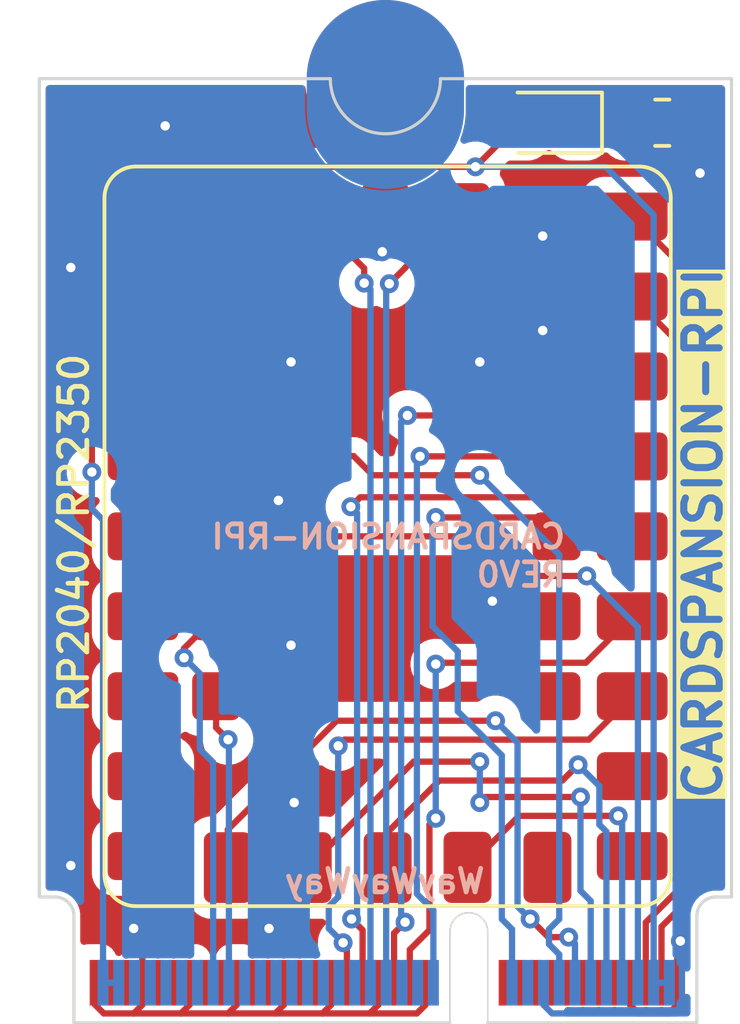
<source format=kicad_pcb>
(kicad_pcb (version 20241229) (generator "pcbnew") (generator_version "9.0")
  (layers (0 "F.Cu" signal) (2 "B.Cu" signal) (13 "F.Paste" user) (15 "B.Paste" user) (5 "F.SilkS" user "F.Silkscreen") (7 "B.SilkS" user "B.Silkscreen") (1 "F.Mask" user) (3 "B.Mask" user) (25 "Edge.Cuts" user))
  (net 0 "")
  (net 1 "Net-(D1-K)")
  (net 2 "+3.3V")
  (net 5 "/SPI-CS")
  (net 6 "/SWDIO")
  (net 7 "GND")
  (net 8 "/I2C-SCL")
  (net 9 "/I2C-SDA")
  (net 14 "/SPI-CLK")
  (net 15 "/I2S-SDIN")
  (net 18 "/LED2")
  (net 23 "/SWCLK")
  (net 27 "/UART-RX")
  (net 29 "/USB-D-")
  (net 34 "/I2S-SDOUT")
  (net 35 "/SPI-MISO")
  (net 38 "/I2S-CK")
  (net 42 "/I2S-WS")
  (net 44 "/SPI-MOSI")
  (net 45 "/UART-TX")
  (net 46 "/USB-D+")
  (net 49 "/LED1")
  (footprint "RP2350-Tiny:RP2350-Tiny" (layer "F.Cu") (at 63.07 83.791)
    (property "Reference" "U1" (hide yes))
    (property "Value" "RP2350-Tiny" (hide yes))
    (fp_line (start 0 22.5) (end 0 1) (stroke (width 0.12)) (layer "F.SilkS"))
    (fp_line (start 1 0) (end 17 0) (stroke (width 0.12)) (layer "F.SilkS"))
    (fp_line (start 17 23.5) (end 1 23.5) (stroke (width 0.12)) (layer "F.SilkS"))
    (fp_line (start 18 1) (end 18 22.5) (stroke (width 0.12)) (layer "F.SilkS"))
    (fp_arc (start 0 1) (mid 0.292893 0.292893) (end 1 0) (stroke (width 0.12)) (layer "F.SilkS"))
    (fp_arc (start 1 23.5) (mid 0.292893 23.207107) (end 0 22.5) (stroke (width 0.12)) (layer "F.SilkS"))
    (fp_arc (start 17 0) (mid 17.707107 0.292893) (end 18 1) (stroke (width 0.12)) (layer "F.SilkS"))
    (fp_arc (start 18 22.5) (mid 17.707107 23.207107) (end 17 23.5) (stroke (width 0.12)) (layer "F.SilkS"))
    (pad "0" smd roundrect (at 16.775 1.59) (size 2.25 1.524) (layers "F.Cu" "F.Mask" "F.Paste") (roundrect_rratio 0.1640419948) (net 46 "/USB-D+"))
    (pad "1" smd roundrect (at 16.775 4.13) (size 2.25 1.524) (layers "F.Cu" "F.Mask" "F.Paste") (roundrect_rratio 0.1640419948) (net 29 "/USB-D-"))
    (pad "2" smd roundrect (at 16.775 6.67) (size 2.25 1.524) (layers "F.Cu" "F.Mask" "F.Paste") (roundrect_rratio 0.1640419948))
    (pad "3" smd roundrect (at 16.775 9.21) (size 2.25 1.524) (layers "F.Cu" "F.Mask" "F.Paste") (roundrect_rratio 0.1640419948) (net 44 "/SPI-MOSI"))
    (pad "4" smd roundrect (at 16.775 11.75) (size 2.25 1.524) (layers "F.Cu" "F.Mask" "F.Paste") (roundrect_rratio 0.1640419948) (net 35 "/SPI-MISO"))
    (pad "5" smd roundrect (at 16.775 14.29) (size 2.25 1.524) (layers "F.Cu" "F.Mask" "F.Paste") (roundrect_rratio 0.1640419948) (net 5 "/SPI-CS"))
    (pad "6" smd roundrect (at 16.775 16.83) (size 2.25 1.524) (layers "F.Cu" "F.Mask" "F.Paste") (roundrect_rratio 0.1640419948) (net 14 "/SPI-CLK"))
    (pad "7" smd roundrect (at 16.775 19.37) (size 2.25 1.524) (layers "F.Cu" "F.Mask" "F.Paste") (roundrect_rratio 0.1640419948))
    (pad "8" smd roundrect (at 16.775 21.91) (size 2.25 1.524) (layers "F.Cu" "F.Mask" "F.Paste") (roundrect_rratio 0.1640419948))
    (pad "9" smd roundrect (at 14.08 22.269) (size 1.524 2.262) (layers "F.Cu" "F.Mask" "F.Paste") (roundrect_rratio 0.1640419948))
    (pad "10" smd roundrect (at 11.54 22.269) (size 1.524 2.262) (layers "F.Cu" "F.Mask" "F.Paste") (roundrect_rratio 0.1640419948) (net 38 "/I2S-CK"))
    (pad "11" smd roundrect (at 9 22.275) (size 1.524 2.25) (layers "F.Cu" "F.Mask" "F.Paste") (roundrect_rratio 0.1640419948) (net 42 "/I2S-WS"))
    (pad "12" smd roundrect (at 6.461 22.275) (size 1.522 2.25) (layers "F.Cu" "F.Mask" "F.Paste") (roundrect_rratio 0.1640419948) (net 34 "/I2S-SDOUT"))
    (pad "13" smd roundrect (at 3.92 22.275) (size 1.524 2.25) (layers "F.Cu" "F.Mask" "F.Paste") (roundrect_rratio 0.1640419948) (net 15 "/I2S-SDIN"))
    (pad "14" smd roundrect (at 1.225 21.91) (size 2.25 1.524) (layers "F.Cu" "F.Mask" "F.Paste") (roundrect_rratio 0.1640419948))
    (pad "15" smd roundrect (at 1.225 19.37) (size 2.25 1.524) (layers "F.Cu" "F.Mask" "F.Paste") (roundrect_rratio 0.1640419948))
    (pad "16" smd roundrect (at 14.37 9.21) (size 1.524 1.524) (layers "F.Cu" "F.Mask" "F.Paste") (roundrect_rratio 0.1640419948) (net 45 "/UART-TX"))
    (pad "17" smd roundrect (at 14.37 11.75) (size 1.524 1.524) (layers "F.Cu" "F.Mask" "F.Paste") (roundrect_rratio 0.1640419948) (net 27 "/UART-RX"))
    (pad "18" smd roundrect (at 14.37 14.29) (size 1.524 1.524) (layers "F.Cu" "F.Mask" "F.Paste") (roundrect_rratio 0.1640419948))
    (pad "19" smd roundrect (at 14.37 16.83) (size 1.524 1.524) (layers "F.Cu" "F.Mask" "F.Paste") (roundrect_rratio 0.1640419948))
    (pad "20" smd roundrect (at 3.55 16.83) (size 1.524 1.524) (layers "F.Cu" "F.Mask" "F.Paste") (roundrect_rratio 0.1640419948) (net 9 "/I2C-SDA"))
    (pad "21" smd roundrect (at 3.55 14.29) (size 1.524 1.524) (layers "F.Cu" "F.Mask" "F.Paste") (roundrect_rratio 0.1640419948) (net 8 "/I2C-SCL"))
    (pad "22" smd roundrect (at 3.55 11.75) (size 1.524 1.524) (layers "F.Cu" "F.Mask" "F.Paste") (roundrect_rratio 0.1640419948) (net 49 "/LED1"))
    (pad "23" smd roundrect (at 3.55 9.2) (size 1.524 1.524) (layers "F.Cu" "F.Mask" "F.Paste") (roundrect_rratio 0.1640419948) (net 18 "/LED2"))
    (pad "24" smd roundrect (at 3.55 6.679) (size 1.524 1.524) (layers "F.Cu" "F.Mask" "F.Paste") (roundrect_rratio 0.1640419948) (net 2 "+3.3V"))
    (pad "25" smd roundrect (at 14.37 6.67) (size 1.524 1.524) (layers "F.Cu" "F.Mask" "F.Paste") (roundrect_rratio 0.1640419948) (net 7 "GND"))
    (pad "26" smd roundrect (at 1.225 16.83) (size 2.25 1.524) (layers "F.Cu" "F.Mask" "F.Paste") (roundrect_rratio 0.1640419948))
    (pad "27" smd roundrect (at 1.225 14.289) (size 2.25 1.522) (layers "F.Cu" "F.Mask" "F.Paste") (roundrect_rratio 0.1640419948))
    (pad "28" smd roundrect (at 1.225 11.75) (size 2.25 1.524) (layers "F.Cu" "F.Mask" "F.Paste") (roundrect_rratio 0.1640419948))
    (pad "29" smd roundrect (at 1.225 9.21) (size 2.25 1.524) (layers "F.Cu" "F.Mask" "F.Paste") (roundrect_rratio 0.1640419948))
    (pad "30" smd roundrect (at 1.225 6.679) (size 2.25 1.542) (layers "F.Cu" "F.Mask" "F.Paste") (roundrect_rratio 0.1640419948) (net 2 "+3.3V"))
    (pad "31" smd roundrect (at 1.225 4.13) (size 2.25 1.524) (layers "F.Cu" "F.Mask" "F.Paste") (roundrect_rratio 0.1640419948) (net 7 "GND"))
    (pad "32" smd roundrect (at 1.225 1.589) (size 2.25 1.522) (layers "F.Cu" "F.Mask" "F.Paste") (roundrect_rratio 0.1640419948))
    (pad "33" smd roundrect (at 6.39 1.29) (size 1.524 1.524) (layers "F.Cu" "F.Mask" "F.Paste") (roundrect_rratio 0.1640419948) (net 23 "/SWCLK"))
    (pad "34" smd roundrect (at 8.93 1.29) (size 1.524 1.524) (layers "F.Cu" "F.Mask" "F.Paste") (roundrect_rratio 0.1640419948) (net 7 "GND"))
    (pad "35" smd roundrect (at 11.48 1.29) (size 1.524 1.524) (layers "F.Cu" "F.Mask" "F.Paste") (roundrect_rratio 0.1640419948) (net 6 "/SWDIO"))
  )
  (footprint "M2-2230-E:M2-2230-E" (layer "F.Cu") (at 60 80)
    (property "Reference" "J1" (hide yes))
    (property "Value" "M2-E 2230" (hide yes))
    (fp_line (start 1 1) (end 1 27) (stroke (width 0.1)) (layer "Edge.Cuts"))
    (fp_line (start 1 1) (end 10.25 1) (stroke (width 0.1)) (layer "Edge.Cuts"))
    (fp_line (start 1 27) (end 1.5 27) (stroke (width 0.1)) (layer "Edge.Cuts"))
    (fp_line (start 2.1 27.6) (end 2.1 31) (stroke (width 0.1)) (layer "Edge.Cuts"))
    (fp_line (start 2.1 31) (end 14.05 31) (stroke (width 0.1)) (layer "Edge.Cuts"))
    (fp_line (start 14.05 31) (end 14.05 28.1) (stroke (width 0.05)) (layer "Edge.Cuts"))
    (fp_line (start 15.25 28.1) (end 15.25 31) (stroke (width 0.05)) (layer "Edge.Cuts"))
    (fp_line (start 15.25 31) (end 21.9 31) (stroke (width 0.1)) (layer "Edge.Cuts"))
    (fp_line (start 21.9 27.6) (end 21.9 31) (stroke (width 0.1)) (layer "Edge.Cuts"))
    (fp_line (start 23 1) (end 13.75 1) (stroke (width 0.1)) (layer "Edge.Cuts"))
    (fp_line (start 23 1) (end 23 27) (stroke (width 0.1)) (layer "Edge.Cuts"))
    (fp_line (start 23 27) (end 22.5 27) (stroke (width 0.1)) (layer "Edge.Cuts"))
    (fp_arc (start 1.5 27) (mid 1.924264 27.175736) (end 2.1 27.6) (stroke (width 0.1)) (layer "Edge.Cuts"))
    (fp_arc (start 13.75 1) (mid 12 2.75) (end 10.25 1) (stroke (width 0.1)) (layer "Edge.Cuts"))
    (fp_arc (start 14.05 28.1) (mid 14.65 27.5) (end 15.25 28.1) (stroke (width 0.05)) (layer "Edge.Cuts"))
    (fp_arc (start 21.9 27.6) (mid 22.075736 27.175736) (end 22.5 27) (stroke (width 0.1)) (layer "Edge.Cuts"))
    (pad "1" connect rect (at 21.275 29.725) (size 0.35 1.45) (layers "F.Cu" "F.Mask") (net 7 "GND"))
    (pad "2" connect rect (at 21.025 29.725) (size 0.35 1.45) (layers "B.Cu" "B.Mask") (net 2 "+3.3V"))
    (pad "3" connect rect (at 20.775 29.725) (size 0.35 1.45) (layers "F.Cu" "F.Mask") (net 46 "/USB-D+"))
    (pad "4" connect rect (at 20.525 29.725) (size 0.35 1.45) (layers "B.Cu" "B.Mask") (net 2 "+3.3V"))
    (pad "5" connect rect (at 20.275 29.725) (size 0.35 1.45) (layers "F.Cu" "F.Mask") (net 29 "/USB-D-"))
    (pad "6" connect rect (at 20.025 29.725) (size 0.35 1.45) (layers "B.Cu" "B.Mask") (net 49 "/LED1"))
    (pad "7" connect rect (at 19.775 29.725) (size 0.35 1.45) (layers "F.Cu" "F.Mask") (net 7 "GND"))
    (pad "8" connect rect (at 19.525 29.725) (size 0.35 1.45) (layers "B.Cu" "B.Mask") (net 38 "/I2S-CK"))
    (pad "9" connect rect (at 19.275 29.725) (size 0.35 1.45) (layers "F.Cu" "F.Mask"))
    (pad "10" connect rect (at 19.025 29.725) (size 0.35 1.45) (layers "B.Cu" "B.Mask") (net 42 "/I2S-WS"))
    (pad "11" connect rect (at 18.775 29.725) (size 0.35 1.45) (layers "F.Cu" "F.Mask"))
    (pad "12" connect rect (at 18.525 29.725) (size 0.35 1.45) (layers "B.Cu" "B.Mask") (net 34 "/I2S-SDOUT"))
    (pad "13" connect rect (at 18.275 29.725) (size 0.35 1.45) (layers "F.Cu" "F.Mask"))
    (pad "14" connect rect (at 18.025 29.725) (size 0.35 1.45) (layers "B.Cu" "B.Mask") (net 15 "/I2S-SDIN"))
    (pad "15" connect rect (at 17.775 29.725) (size 0.35 1.45) (layers "F.Cu" "F.Mask"))
    (pad "16" connect rect (at 17.525 29.725) (size 0.35 1.45) (layers "B.Cu" "B.Mask") (net 18 "/LED2"))
    (pad "17" connect rect (at 17.275 29.725) (size 0.35 1.45) (layers "F.Cu" "F.Mask"))
    (pad "18" connect rect (at 17.025 29.725) (size 0.35 1.45) (layers "B.Cu" "B.Mask") (net 7 "GND"))
    (pad "19" connect rect (at 16.775 29.725) (size 0.35 1.45) (layers "F.Cu" "F.Mask"))
    (pad "20" connect rect (at 16.525 29.725) (size 0.35 1.45) (layers "B.Cu" "B.Mask"))
    (pad "21" connect rect (at 16.275 29.725) (size 0.35 1.45) (layers "F.Cu" "F.Mask"))
    (pad "22" connect rect (at 16.025 29.725) (size 0.35 1.45) (layers "B.Cu" "B.Mask") (net 27 "/UART-RX"))
    (pad "23" connect rect (at 15.775 29.725) (size 0.35 1.45) (layers "F.Cu" "F.Mask"))
    (pad "32" connect rect (at 13.525 29.725) (size 0.35 1.45) (layers "B.Cu" "B.Mask") (net 45 "/UART-TX"))
    (pad "33" connect rect (at 13.275 29.725) (size 0.35 1.45) (layers "F.Cu" "F.Mask") (net 7 "GND"))
    (pad "34" connect rect (at 13.025 29.725) (size 0.35 1.45) (layers "B.Cu" "B.Mask"))
    (pad "35" connect rect (at 12.775 29.725) (size 0.35 1.45) (layers "F.Cu" "F.Mask") (net 5 "/SPI-CS"))
    (pad "36" connect rect (at 12.525 29.725) (size 0.35 1.45) (layers "B.Cu" "B.Mask"))
    (pad "37" connect rect (at 12.275 29.725) (size 0.35 1.45) (layers "F.Cu" "F.Mask") (net 44 "/SPI-MOSI"))
    (pad "38" connect rect (at 12.025 29.725) (size 0.35 1.45) (layers "B.Cu" "B.Mask") (net 6 "/SWDIO"))
    (pad "39" connect rect (at 11.775 29.725) (size 0.35 1.45) (layers "F.Cu" "F.Mask") (net 7 "GND"))
    (pad "40" connect rect (at 11.525 29.725) (size 0.35 1.45) (layers "B.Cu" "B.Mask") (net 23 "/SWCLK"))
    (pad "41" connect rect (at 11.275 29.725) (size 0.35 1.45) (layers "F.Cu" "F.Mask") (net 35 "/SPI-MISO"))
    (pad "42" connect rect (at 11.025 29.725) (size 0.35 1.45) (layers "B.Cu" "B.Mask"))
    (pad "43" connect rect (at 10.775 29.725) (size 0.35 1.45) (layers "F.Cu" "F.Mask") (net 14 "/SPI-CLK"))
    (pad "44" connect rect (at 10.525 29.725) (size 0.35 1.45) (layers "B.Cu" "B.Mask"))
    (pad "45" connect rect (at 10.275 29.725) (size 0.35 1.45) (layers "F.Cu" "F.Mask") (net 7 "GND"))
    (pad "46" connect rect (at 10.025 29.725) (size 0.35 1.45) (layers "B.Cu" "B.Mask"))
    (pad "47" connect rect (at 9.775 29.725) (size 0.35 1.45) (layers "F.Cu" "F.Mask"))
    (pad "48" connect rect (at 9.525 29.725) (size 0.35 1.45) (layers "B.Cu" "B.Mask"))
    (pad "49" connect rect (at 9.275 29.725) (size 0.35 1.45) (layers "F.Cu" "F.Mask"))
    (pad "50" connect rect (at 9.025 29.725) (size 0.35 1.45) (layers "B.Cu" "B.Mask"))
    (pad "51" connect rect (at 8.775 29.725) (size 0.35 1.45) (layers "F.Cu" "F.Mask") (net 7 "GND"))
    (pad "52" connect rect (at 8.525 29.725) (size 0.35 1.45) (layers "B.Cu" "B.Mask"))
    (pad "53" connect rect (at 8.275 29.725) (size 0.35 1.45) (layers "F.Cu" "F.Mask"))
    (pad "54" connect rect (at 8.025 29.725) (size 0.35 1.45) (layers "B.Cu" "B.Mask"))
    (pad "55" connect rect (at 7.775 29.725) (size 0.35 1.45) (layers "F.Cu" "F.Mask"))
    (pad "56" connect rect (at 7.525 29.725) (size 0.35 1.45) (layers "B.Cu" "B.Mask"))
    (pad "57" connect rect (at 7.275 29.725) (size 0.35 1.45) (layers "F.Cu" "F.Mask") (net 7 "GND"))
    (pad "58" connect rect (at 7.025 29.725) (size 0.35 1.45) (layers "B.Cu" "B.Mask") (net 9 "/I2C-SDA"))
    (pad "59" connect rect (at 6.775 29.725) (size 0.35 1.45) (layers "F.Cu" "F.Mask"))
    (pad "60" connect rect (at 6.525 29.725) (size 0.35 1.45) (layers "B.Cu" "B.Mask") (net 8 "/I2C-SCL"))
    (pad "61" connect rect (at 6.275 29.725) (size 0.35 1.45) (layers "F.Cu" "F.Mask"))
    (pad "62" connect rect (at 6.025 29.725) (size 0.35 1.45) (layers "B.Cu" "B.Mask"))
    (pad "63" connect rect (at 5.775 29.725) (size 0.35 1.45) (layers "F.Cu" "F.Mask") (net 7 "GND"))
    (pad "64" connect rect (at 5.525 29.725) (size 0.35 1.45) (layers "B.Cu" "B.Mask"))
    (pad "65" connect rect (at 5.275 29.725) (size 0.35 1.45) (layers "F.Cu" "F.Mask"))
    (pad "66" connect rect (at 5.025 29.725) (size 0.35 1.45) (layers "B.Cu" "B.Mask"))
    (pad "67" connect rect (at 4.775 29.725) (size 0.35 1.45) (layers "F.Cu" "F.Mask"))
    (pad "68" connect rect (at 4.525 29.725) (size 0.35 1.45) (layers "B.Cu" "B.Mask"))
    (pad "69" connect rect (at 4.275 29.725) (size 0.35 1.45) (layers "F.Cu" "F.Mask") (net 7 "GND"))
    (pad "70" connect rect (at 4.025 29.725) (size 0.35 1.45) (layers "B.Cu" "B.Mask"))
    (pad "71" connect rect (at 3.775 29.725) (size 0.35 1.45) (layers "F.Cu" "F.Mask"))
    (pad "72" connect rect (at 3.525 29.725) (size 0.35 1.45) (layers "B.Cu" "B.Mask") (net 2 "+3.3V"))
    (pad "73" connect rect (at 3.275 29.725) (size 0.35 1.45) (layers "F.Cu" "F.Mask"))
    (pad "74" connect rect (at 3.025 29.725) (size 0.35 1.45) (layers "B.Cu" "B.Mask") (net 2 "+3.3V"))
    (pad "75" connect rect (at 2.775 29.725) (size 0.35 1.45) (layers "F.Cu" "F.Mask") (net 7 "GND"))
    (pad "76" connect circle (at 12 1) (size 5 5) (layers "F.Cu" "F.Mask"))
    (pad "77" connect oval (at 12 1.5) (size 5 6) (layers "B.Cu" "B.Mask"))
  )
  (footprint "LED_SMD:LED_0805_2012Metric" (layer "F.Cu") (at 77.2 82.4 180)
    (property "Reference" "D1" (hide yes))
    (property "Value" "PWR" (hide yes))
    (fp_line (start 1 -0.96) (end -1.685 -0.96) (stroke (width 0.12)) (layer "F.SilkS"))
    (fp_line (start -1.685 0.96) (end 1 0.96) (stroke (width 0.12)) (layer "F.SilkS"))
    (fp_line (start -1.685 -0.96) (end -1.685 0.96) (stroke (width 0.12)) (layer "F.SilkS"))
    (pad "1" smd roundrect (at -0.9375 0 180) (size 0.975 1.4) (layers "F.Cu" "F.Mask" "F.Paste") (net 1 "Net-(D1-K)"))
    (pad "2" smd roundrect (at 0.9375 0 180) (size 0.975 1.4) (layers "F.Cu" "F.Mask" "F.Paste") (net 2 "+3.3V"))
  )
  (footprint "Resistor_SMD:R_0805_2012Metric" (layer "F.Cu") (at 80.8 82.4 180)
    (property "Reference" "R1" (hide yes))
    (property "Value" "510" (hide yes))
    (fp_line (start -0.227064 0.735) (end 0.227064 0.735) (stroke (width 0.12)) (layer "F.SilkS"))
    (fp_line (start -0.227064 -0.735) (end 0.227064 -0.735) (stroke (width 0.12)) (layer "F.SilkS"))
    (pad "1" smd roundrect (at -0.9125 0 180) (size 1.025 1.4) (layers "F.Cu" "F.Mask" "F.Paste") (roundrect_rratio 0.243902) (net 7 "GND"))
    (pad "2" smd roundrect (at 0.9125 0 180) (size 1.025 1.4) (layers "F.Cu" "F.Mask" "F.Paste") (roundrect_rratio 0.243902) (net 1 "Net-(D1-K)"))
  )
  (gr_text "RP2040/RP2350" (at 62.1 95.446 90) (layer "F.SilkS") (effects (font (size 0.9 0.9))))
  (gr_text "CARDSPANSION-RPI" (at 82.1 95.446 90) (layer "F.SilkS" knockout) (effects (font (size 1.125 1.125) (thickness 0.225))))
  (gr_text "WayWayWay" (at 71.975 106.5 0) (layer "B.SilkS") (effects (font (size 0.75 0.75) (thickness 0.15) (bold yes)) (justify mirror)))
  (gr_text "CARDSPANSION-RPI\nREV0" (at 77.8 97.2 0) (layer "B.SilkS") (effects (font (size 0.75 0.75) (thickness 0.15) (bold yes)) (justify left bottom mirror)))
  (segment (start 78.1375 82.4) (end 79.8875 82.4) (width 0.2) (layer "F.Cu") (net 1))
  (segment (start 62.67 93.497266) (end 62.67 92.095) (width 0.2) (layer "F.Cu") (net 2))
  (segment (start 76.2625 82.4) (end 74.8625 83.8) (width 0.2) (layer "F.Cu") (net 2))
  (segment (start 66.62 90.47) (end 64.295 90.47) (width 0.2) (layer "F.Cu") (net 2))
  (segment (start 74.8625 83.8) (end 68.2 83.8) (width 0.2) (layer "F.Cu") (net 2))
  (segment (start 68.2 83.8) (end 66.62 85.38) (width 0.2) (layer "F.Cu") (net 2))
  (segment (start 62.67 92.095) (end 64.295 90.47) (width 0.2) (layer "F.Cu") (net 2))
  (segment (start 66.62 85.38) (end 66.62 90.47) (width 0.2) (layer "F.Cu") (net 2))
  (via (at 62.67 93.497266) (size 0.6) (drill 0.3) (layers "F.Cu" "B.Cu") (net 2))
  (via (at 74.8625 83.8) (size 0.6) (drill 0.3) (layers "F.Cu" "B.Cu") (net 2))
  (segment (start 80.525 109.725) (end 81.025 109.725) (width 0.2) (layer "B.Cu") (net 2))
  (segment (start 80.525 85.325) (end 79 83.8) (width 0.2) (layer "B.Cu") (net 2))
  (segment (start 62.67 94.67) (end 63.025 95.025) (width 0.2) (layer "B.Cu") (net 2))
  (segment (start 63.025 95.025) (end 63.025 109.725) (width 0.2) (layer "B.Cu") (net 2))
  (segment (start 62.67 93.497266) (end 62.67 94.67) (width 0.2) (layer "B.Cu") (net 2))
  (segment (start 63.525 109.725) (end 63.025 109.725) (width 0.2) (layer "B.Cu") (net 2))
  (segment (start 79 83.8) (end 74.8625 83.8) (width 0.2) (layer "B.Cu") (net 2))
  (segment (start 80.525 109.725) (end 80.525 85.325) (width 0.2) (layer "B.Cu") (net 2))
  (segment (start 79.845 98.081) (end 78.368 99.558) (width 0.2) (layer "F.Cu") (net 5))
  (segment (start 73.4 108.05) (end 73.4 104.7) (width 0.2) (layer "F.Cu") (net 5))
  (segment (start 72.775 109.725) (end 72.775 108.675) (width 0.2) (layer "F.Cu") (net 5))
  (segment (start 73.4 104.7) (end 73.6 104.5) (width 0.2) (layer "F.Cu") (net 5))
  (segment (start 78.368 99.558) (end 73.642 99.558) (width 0.2) (layer "F.Cu") (net 5))
  (segment (start 73.642 99.558) (end 73.6 99.6) (width 0.2) (layer "F.Cu") (net 5))
  (segment (start 72.775 108.675) (end 73.4 108.05) (width 0.2) (layer "F.Cu") (net 5))
  (via (at 73.6 99.6) (size 0.6) (drill 0.3) (layers "F.Cu" "B.Cu") (net 5))
  (via (at 73.6 104.5) (size 0.6) (drill 0.3) (layers "F.Cu" "B.Cu") (net 5))
  (segment (start 73.6 99.6) (end 73.6 104.5) (width 0.2) (layer "B.Cu") (net 5))
  (segment (start 72.631 87) (end 74.55 85.081) (width 0.2) (layer "F.Cu") (net 6))
  (segment (start 72.125 87.514152) (end 72.631 87.008152) (width 0.2) (layer "F.Cu") (net 6))
  (segment (start 72.631 87.008152) (end 72.631 87) (width 0.2) (layer "F.Cu") (net 6))
  (via (at 72.125 87.514152) (size 0.6) (drill 0.3) (layers "F.Cu" "B.Cu") (net 6))
  (segment (start 72.125 87.514152) (end 72.025 87.614152) (width 0.2) (layer "B.Cu") (net 6))
  (segment (start 72.025 87.614152) (end 72.025 109.725) (width 0.2) (layer "B.Cu") (net 6))
  (segment (start 64.275 109.725) (end 64.275 108.275) (width 0.2) (layer "F.Cu") (net 7))
  (segment (start 70 110.7) (end 68.5 110.7) (width 0.2) (layer "F.Cu") (net 7))
  (segment (start 80.048 110.7) (end 81.002 110.7) (width 0.2) (layer "F.Cu") (net 7))
  (segment (start 63.048 110.7) (end 62.775 110.427) (width 0.2) (layer "F.Cu") (net 7))
  (segment (start 81.275 110.427) (end 81.275 109.725) (width 0.2) (layer "F.Cu") (net 7))
  (segment (start 65.775 110.425) (end 65.5 110.7) (width 0.2) (layer "F.Cu") (net 7))
  (segment (start 67.002 110.7) (end 67 110.7) (width 0.2) (layer "F.Cu") (net 7))
  (segment (start 71.775 109.725) (end 71.775 110.425) (width 0.2) (layer "F.Cu") (net 7))
  (segment (start 79.775 110.427) (end 80.048 110.7) (width 0.2) (layer "F.Cu") (net 7))
  (segment (start 73.275 109.725) (end 73.275 110.427) (width 0.2) (layer "F.Cu") (net 7))
  (segment (start 72 85.081) (end 72 86.4) (width 0.2) (layer "F.Cu") (net 7))
  (segment (start 70.275 110.425) (end 70 110.7) (width 0.2) (layer "F.Cu") (net 7))
  (segment (start 81.275 109.725) (end 81.275 108.5) (width 0.2) (layer "F.Cu") (net 7))
  (segment (start 64 110.7) (end 63.048 110.7) (width 0.2) (layer "F.Cu") (net 7))
  (segment (start 65.5 110.7) (end 64 110.7) (width 0.2) (layer "F.Cu") (net 7))
  (segment (start 64.275 109.725) (end 64.275 110.425) (width 0.2) (layer "F.Cu") (net 7))
  (segment (start 64.275 108.275) (end 64 108) (width 0.2) (layer "F.Cu") (net 7))
  (segment (start 67.275 110.427) (end 67.002 110.7) (width 0.2) (layer "F.Cu") (net 7))
  (segment (start 73.275 110.427) (end 73.101 110.601) (width 0.2) (layer "F.Cu") (net 7))
  (segment (start 73.099 110.601) (end 73 110.7) (width 0.2) (layer "F.Cu") (net 7))
  (segment (start 77.44 90.461) (end 77.44 89.44) (width 0.2) (layer "F.Cu") (net 7))
  (segment (start 81.7125 82.4) (end 81.7125 83.7125) (width 0.2) (layer "F.Cu") (net 7))
  (segment (start 81.002 110.7) (end 81.275 110.427) (width 0.2) (layer "F.Cu") (net 7))
  (segment (start 67 110.7) (end 65.5 110.7) (width 0.2) (layer "F.Cu") (net 7))
  (segment (start 71.775 110.425) (end 71.5 110.7) (width 0.2) (layer "F.Cu") (net 7))
  (segment (start 73 110.7) (end 71.5 110.7) (width 0.2) (layer "F.Cu") (net 7))
  (segment (start 79.775 109.725) (end 79.775 110.427) (width 0.2) (layer "F.Cu") (net 7))
  (segment (start 81.7125 83.7125) (end 82 84) (width 0.2) (layer "F.Cu") (net 7))
  (segment (start 68.5 110.7) (end 67 110.7) (width 0.2) (layer "F.Cu") (net 7))
  (segment (start 64.275 110.425) (end 64 110.7) (width 0.2) (layer "F.Cu") (net 7))
  (segment (start 62.921 87.921) (end 62 87) (width 0.2) (layer "F.Cu") (net 7))
  (segment (start 81.275 108.5) (end 81.375 108.4) (width 0.2) (layer "F.Cu") (net 7))
  (segment (start 68.775 110.425) (end 68.5 110.7) (width 0.2) (layer "F.Cu") (net 7))
  (segment (start 73.101 110.601) (end 73.099 110.601) (width 0.2) (layer "F.Cu") (net 7))
  (segment (start 64.295 87.921) (end 62.921 87.921) (width 0.2) (layer "F.Cu") (net 7))
  (segment (start 77.44 89.44) (end 77 89) (width 0.2) (layer "F.Cu") (net 7))
  (segment (start 72 86.4) (end 71.9 86.5) (width 0.2) (layer "F.Cu") (net 7))
  (segment (start 62.775 110.427) (end 62.775 109.725) (width 0.2) (layer "F.Cu") (net 7))
  (segment (start 68.775 109.725) (end 68.775 110.425) (width 0.2) (layer "F.Cu") (net 7))
  (segment (start 67.275 109.725) (end 67.275 110.427) (width 0.2) (layer "F.Cu") (net 7))
  (segment (start 65.775 109.725) (end 65.775 110.425) (width 0.2) (layer "F.Cu") (net 7))
  (segment (start 70.275 109.725) (end 70.275 110.425) (width 0.2) (layer "F.Cu") (net 7))
  (segment (start 71.5 110.7) (end 70 110.7) (width 0.2) (layer "F.Cu") (net 7))
  (via (at 69 99) (size 0.6) (drill 0.3) (layers "F.Cu" "B.Cu") (net 7))
  (via (at 68.6 94.4) (size 0.6) (drill 0.3) (layers "F.Cu" "B.Cu") (net 7))
  (via (at 77 86) (size 0.6) (drill 0.3) (layers "F.Cu" "B.Cu") (net 7))
  (via (at 69 90) (size 0.6) (drill 0.3) (layers "F.Cu" "B.Cu") (net 7))
  (via (at 82 84) (size 0.6) (drill 0.3) (layers "F.Cu" "B.Cu") (net 7))
  (via (at 75 90) (size 0.6) (drill 0.3) (layers "F.Cu" "B.Cu") (net 7))
  (via (at 62 106) (size 0.6) (drill 0.3) (layers "F.Cu" "B.Cu") (net 7))
  (via (at 68.3 108) (size 0.6) (drill 0.3) (layers "F.Cu" "B.Cu") (net 7))
  (via (at 69.1 104) (size 0.6) (drill 0.3) (layers "F.Cu" "B.Cu") (net 7))
  (via (at 65 82.5) (size 0.6) (drill 0.3) (layers "F.Cu" "B.Cu") (net 7))
  (via (at 62 87) (size 0.6) (drill 0.3) (layers "F.Cu" "B.Cu") (net 7))
  (via (at 77 89) (size 0.6) (drill 0.3) (layers "F.Cu" "B.Cu") (net 7))
  (via (at 75.4 97.6) (size 0.6) (drill 0.3) (layers "F.Cu" "B.Cu") (net 7))
  (via (at 64 108) (size 0.6) (drill 0.3) (layers "F.Cu" "B.Cu") (net 7))
  (via (at 81.375 108.4) (size 0.6) (drill 0.3) (layers "F.Cu" "B.Cu") (net 7))
  (via (at 71.9 86.5) (size 0.6) (drill 0.3) (layers "F.Cu" "B.Cu") (net 7))
  (segment (start 77.025 110.427) (end 77.298 110.7) (width 0.2) (layer "B.Cu") (net 7))
  (segment (start 81.426 110.526) (end 81.426 108.451) (width 0.2) (layer "B.Cu") (net 7))
  (segment (start 81.252 110.7) (end 81.426 110.526) (width 0.2) (layer "B.Cu") (net 7))
  (segment (start 81.426 108.451) (end 81.375 108.4) (width 0.2) (layer "B.Cu") (net 7))
  (segment (start 77.025 109.725) (end 77.025 110.427) (width 0.2) (layer "B.Cu") (net 7))
  (segment (start 77.298 110.7) (end 81.252 110.7) (width 0.2) (layer "B.Cu") (net 7))
  (segment (start 65.6 99.4) (end 65.6 99.101) (width 0.2) (layer "F.Cu") (net 8))
  (segment (start 65.6 99.101) (end 66.62 98.081) (width 0.2) (layer "F.Cu") (net 8))
  (via (at 65.6 99.4) (size 0.6) (drill 0.3) (layers "F.Cu" "B.Cu") (net 8))
  (segment (start 66.1 99.9) (end 65.6 99.4) (width 0.2) (layer "B.Cu") (net 8))
  (segment (start 66.525 102.725) (end 66.1 102.3) (width 0.2) (layer "B.Cu") (net 8))
  (segment (start 66.1 102.3) (end 66.1 99.9) (width 0.2) (layer "B.Cu") (net 8))
  (segment (start 66.525 109.725) (end 66.525 102.725) (width 0.2) (layer "B.Cu") (net 8))
  (segment (start 66.62 100.621) (end 66.62 101.62) (width 0.2) (layer "F.Cu") (net 9))
  (segment (start 66.62 101.62) (end 67 102) (width 0.2) (layer "F.Cu") (net 9))
  (via (at 67 102) (size 0.6) (drill 0.3) (layers "F.Cu" "B.Cu") (net 9))
  (segment (start 67.025 102.025) (end 67.025 109.725) (width 0.2) (layer "B.Cu") (net 9))
  (segment (start 67 102) (end 67.025 102.025) (width 0.2) (layer "B.Cu") (net 9))
  (segment (start 78.466 102) (end 77.4 102) (width 0.2) (layer "F.Cu") (net 14))
  (segment (start 70.7 102) (end 70.5 102.2) (width 0.2) (layer "F.Cu") (net 14))
  (segment (start 70.775 108.572466) (end 70.65593 108.453396) (width 0.2) (layer "F.Cu") (net 14))
  (segment (start 77.4 102) (end 70.7 102) (width 0.2) (layer "F.Cu") (net 14))
  (segment (start 70.775 109.725) (end 70.775 108.572466) (width 0.2) (layer "F.Cu") (net 14))
  (segment (start 79.845 100.621) (end 78.466 102) (width 0.2) (layer "F.Cu") (net 14))
  (via (at 70.5 102.2) (size 0.6) (drill 0.3) (layers "F.Cu" "B.Cu") (net 14))
  (via (at 70.65593 108.453396) (size 0.6) (drill 0.3) (layers "F.Cu" "B.Cu") (net 14))
  (segment (start 70.2 107.3) (end 70.2 108) (width 0.2) (layer "B.Cu") (net 14))
  (segment (start 70.653396 108.453396) (end 70.65593 108.453396) (width 0.2) (layer "B.Cu") (net 14))
  (segment (start 70.2 108) (end 70.653396 108.453396) (width 0.2) (layer "B.Cu") (net 14))
  (segment (start 70.5 102.2) (end 70.5 102.9) (width 0.2) (layer "B.Cu") (net 14))
  (segment (start 70.5 102.9) (end 70.5 102.8) (width 0.2) (layer "B.Cu") (net 14))
  (segment (start 70.5 102.8) (end 70.5 107) (width 0.2) (layer "B.Cu") (net 14))
  (segment (start 70.5 107) (end 70.2 107.3) (width 0.2) (layer "B.Cu") (net 14))
  (segment (start 77.824265 108.275735) (end 77.175735 108.275735) (width 0.2) (layer "F.Cu") (net 15))
  (segment (start 66.99 104.860057) (end 66.99 106.066) (width 0.2) (layer "F.Cu") (net 15))
  (segment (start 77.175735 108.275735) (end 76.6 107.7) (width 0.2) (layer "F.Cu") (net 15))
  (segment (start 70.450057 101.4) (end 66.99 104.860057) (width 0.2) (layer "F.Cu") (net 15))
  (segment (start 75.5 101.4) (end 70.450057 101.4) (width 0.2) (layer "F.Cu") (net 15))
  (via (at 75.5 101.4) (size 0.6) (drill 0.3) (layers "F.Cu" "B.Cu") (net 15))
  (via (at 76.6 107.7) (size 0.6) (drill 0.3) (layers "F.Cu" "B.Cu") (net 15))
  (via (at 77.824265 108.275735) (size 0.6) (drill 0.3) (layers "F.Cu" "B.Cu") (net 15))
  (segment (start 78.025 108.47647) (end 77.824265 108.275735) (width 0.2) (layer "B.Cu") (net 15))
  (segment (start 76.2 107.3) (end 76.2 107.1) (width 0.2) (layer "B.Cu") (net 15))
  (segment (start 76.2 102.1) (end 75.5 101.4) (width 0.2) (layer "B.Cu") (net 15))
  (segment (start 76.6 107.7) (end 76.5 107.6) (width 0.2) (layer "B.Cu") (net 15))
  (segment (start 76.5 107.6) (end 76.2 107.3) (width 0.2) (layer "B.Cu") (net 15))
  (segment (start 76.2 107.1) (end 76.2 102.1) (width 0.2) (layer "B.Cu") (net 15))
  (segment (start 78.025 109.725) (end 78.025 108.47647) (width 0.2) (layer "B.Cu") (net 15))
  (segment (start 70.991 92.991) (end 66.62 92.991) (width 0.2) (layer "F.Cu") (net 18))
  (segment (start 74.999 93.6) (end 71.6 93.6) (width 0.2) (layer "F.Cu") (net 18))
  (segment (start 75 93.601) (end 74.999 93.6) (width 0.2) (layer "F.Cu") (net 18))
  (segment (start 71.6 93.6) (end 70.991 92.991) (width 0.2) (layer "F.Cu") (net 18))
  (via (at 75 93.601) (size 0.6) (drill 0.3) (layers "F.Cu" "B.Cu") (net 18))
  (segment (start 77.525 107.7) (end 77.525 96.125) (width 0.2) (layer "B.Cu") (net 18))
  (segment (start 77.525 96.125) (end 75.001 93.601) (width 0.2) (layer "B.Cu") (net 18))
  (segment (start 77.525 108.825) (end 77.2 108.5) (width 0.2) (layer "B.Cu") (net 18))
  (segment (start 77.2 108.025) (end 77.525 107.7) (width 0.2) (layer "B.Cu") (net 18))
  (segment (start 75.001 93.601) (end 75 93.601) (width 0.2) (layer "B.Cu") (net 18))
  (segment (start 77.525 109.725) (end 77.525 108.825) (width 0.2) (layer "B.Cu") (net 18))
  (segment (start 77.2 108.5) (end 77.2 108.025) (width 0.2) (layer "B.Cu") (net 18))
  (segment (start 69.46 85.16) (end 69.46 85.081) (width 0.2) (layer "F.Cu") (net 23))
  (segment (start 71.32522 87.495288) (end 71.32522 87.02522) (width 0.2) (layer "F.Cu") (net 23))
  (segment (start 71.32522 87.02522) (end 69.46 85.16) (width 0.2) (layer "F.Cu") (net 23))
  (via (at 71.32522 87.495288) (size 0.6) (drill 0.3) (layers "F.Cu" "B.Cu") (net 23))
  (segment (start 71.525 87.695068) (end 71.525 109.725) (width 0.2) (layer "B.Cu") (net 23))
  (segment (start 71.525 87.695068) (end 71.32522 87.495288) (width 0.2) (layer "B.Cu") (net 23))
  (segment (start 76.84 94.941) (end 73.6 94.941) (width 0.2) (layer "F.Cu") (net 27))
  (segment (start 77.44 95.541) (end 76.84 94.941) (width 0.2) (layer "F.Cu") (net 27))
  (via (at 73.6 94.941) (size 0.6) (drill 0.3) (layers "F.Cu" "B.Cu") (net 27))
  (segment (start 74.3 101.1) (end 74.3 99.2) (width 0.2) (layer "B.Cu") (net 27))
  (segment (start 76.025 109.725) (end 76.025 108.025) (width 0.2) (layer "B.Cu") (net 27))
  (segment (start 73.5 95.041) (end 73.6 94.941) (width 0.2) (layer "B.Cu") (net 27))
  (segment (start 75.7 107.7) (end 75.7 102.5) (width 0.2) (layer "B.Cu") (net 27))
  (segment (start 73.5 98.4) (end 73.5 95.041) (width 0.2) (layer "B.Cu") (net 27))
  (segment (start 74.3 99.2) (end 73.5 98.4) (width 0.2) (layer "B.Cu") (net 27))
  (segment (start 75.7 102.5) (end 74.3 101.1) (width 0.2) (layer "B.Cu") (net 27))
  (segment (start 76.025 108.025) (end 75.7 107.7) (width 0.2) (layer "B.Cu") (net 27))
  (segment (start 80.275 109.725) (end 80.275 107.806802) (width 0.2) (layer "F.Cu") (net 29))
  (segment (start 80.275 107.806802) (end 81.575 106.506802) (width 0.2) (layer "F.Cu") (net 29))
  (segment (start 81.575 89.651) (end 79.845 87.921) (width 0.2) (layer "F.Cu") (net 29))
  (segment (start 81.575 106.506802) (end 81.575 89.651) (width 0.2) (layer "F.Cu") (net 29))
  (segment (start 75.177 103.823) (end 78.2 103.823) (width 0.2) (layer "F.Cu") (net 34))
  (segment (start 75 102.7) (end 72.897 102.7) (width 0.2) (layer "F.Cu") (net 34))
  (segment (start 75 104) (end 75.177 103.823) (width 0.2) (layer "F.Cu") (net 34))
  (segment (start 72.897 102.7) (end 69.531 106.066) (width 0.2) (layer "F.Cu") (net 34))
  (via (at 75 104) (size 0.6) (drill 0.3) (layers "F.Cu" "B.Cu") (net 34))
  (via (at 78.2 103.823) (size 0.6) (drill 0.3) (layers "F.Cu" "B.Cu") (net 34))
  (via (at 75 102.7) (size 0.6) (drill 0.3) (layers "F.Cu" "B.Cu") (net 34))
  (segment (start 78.525 109.725) (end 78.525 107.125) (width 0.2) (layer "B.Cu") (net 34))
  (segment (start 75 104) (end 75 103) (width 0.2) (layer "B.Cu") (net 34))
  (segment (start 75 103) (end 75 102.7) (width 0.2) (layer "B.Cu") (net 34))
  (segment (start 78.2 106.8) (end 78.2 103.823) (width 0.2) (layer "B.Cu") (net 34))
  (segment (start 78.525 107.125) (end 78.2 106.8) (width 0.2) (layer "B.Cu") (net 34))
  (segment (start 76.8 94.3) (end 71.2 94.3) (width 0.2) (layer "F.Cu") (net 35))
  (segment (start 71.275 108.05) (end 71.275 109.725) (width 0.2) (layer "F.Cu") (net 35))
  (segment (start 70.925 107.7) (end 71.275 108.05) (width 0.2) (layer "F.Cu") (net 35))
  (segment (start 79.845 95.541) (end 78.604 94.3) (width 0.2) (layer "F.Cu") (net 35))
  (segment (start 78.604 94.3) (end 76.8 94.3) (width 0.2) (layer "F.Cu") (net 35))
  (segment (start 71.2 94.3) (end 70.9 94.6) (width 0.2) (layer "F.Cu") (net 35))
  (via (at 70.925 107.7) (size 0.6) (drill 0.3) (layers "F.Cu" "B.Cu") (net 35))
  (via (at 70.9 94.6) (size 0.6) (drill 0.3) (layers "F.Cu" "B.Cu") (net 35))
  (segment (start 71.1 107.525) (end 70.925 107.7) (width 0.2) (layer "B.Cu") (net 35))
  (segment (start 70.9 94.6) (end 71.1 94.8) (width 0.2) (layer "B.Cu") (net 35))
  (segment (start 71.1 95.1) (end 71.1 107.525) (width 0.2) (layer "B.Cu") (net 35))
  (segment (start 71.1 94.8) (end 71.1 95.1) (width 0.2) (layer "B.Cu") (net 35))
  (segment (start 76.247 104.423) (end 79.4 104.423) (width 0.2) (layer "F.Cu") (net 38))
  (segment (start 74.61 106.06) (end 76.247 104.423) (width 0.2) (layer "F.Cu") (net 38))
  (via (at 79.4 104.423) (size 0.6) (drill 0.3) (layers "F.Cu" "B.Cu") (net 38))
  (segment (start 79.525 104.548) (end 79.525 109.725) (width 0.2) (layer "B.Cu") (net 38))
  (segment (start 79.4 104.423) (end 79.525 104.548) (width 0.2) (layer "B.Cu") (net 38))
  (segment (start 72.07 104.941) (end 72.07 106.066) (width 0.2) (layer "F.Cu") (net 42))
  (segment (start 77.625 103.3) (end 73.711 103.3) (width 0.2) (layer "F.Cu") (net 42))
  (segment (start 73.711 103.3) (end 72.07 104.941) (width 0.2) (layer "F.Cu") (net 42))
  (segment (start 78.125 102.8) (end 77.625 103.3) (width 0.2) (layer "F.Cu") (net 42))
  (via (at 78.125 102.8) (size 0.6) (drill 0.3) (layers "F.Cu" "B.Cu") (net 42))
  (segment (start 79.025 109.725) (end 79.025 104.925) (width 0.2) (layer "B.Cu") (net 42))
  (segment (start 78.8 104.7) (end 78.8 103.475) (width 0.2) (layer "B.Cu") (net 42))
  (segment (start 78.8 103.475) (end 78.125 102.8) (width 0.2) (layer "B.Cu") (net 42))
  (segment (start 79.025 104.925) (end 78.8 104.7) (width 0.2) (layer "B.Cu") (net 42))
  (segment (start 79.845 93.001) (end 78.544 91.7) (width 0.2) (layer "F.Cu") (net 44))
  (segment (start 72.275 108.15) (end 72.275 109.725) (width 0.2) (layer "F.Cu") (net 44))
  (segment (start 72.625 107.8) (end 72.275 108.15) (width 0.2) (layer "F.Cu") (net 44))
  (segment (start 77.8 91.7) (end 72.7 91.7) (width 0.2) (layer "F.Cu") (net 44))
  (segment (start 78.544 91.7) (end 77.8 91.7) (width 0.2) (layer "F.Cu") (net 44))
  (via (at 72.7 91.7) (size 0.6) (drill 0.3) (layers "F.Cu" "B.Cu") (net 44))
  (via (at 72.625 107.8) (size 0.6) (drill 0.3) (layers "F.Cu" "B.Cu") (net 44))
  (segment (start 72.5 91.9) (end 72.5 92.6) (width 0.2) (layer "B.Cu") (net 44))
  (segment (start 72.5 92.6) (end 72.5 107.675) (width 0.2) (layer "B.Cu") (net 44))
  (segment (start 72.7 91.7) (end 72.5 91.9) (width 0.2) (layer "B.Cu") (net 44))
  (segment (start 72.5 107.675) (end 72.625 107.8) (width 0.2) (layer "B.Cu") (net 44))
  (segment (start 77.44 93.001) (end 73.101 93.001) (width 0.2) (layer "F.Cu") (net 45))
  (segment (start 73.101 93.001) (end 73.1 93) (width 0.2) (layer "F.Cu") (net 45))
  (via (at 73.1 93) (size 0.6) (drill 0.3) (layers "F.Cu" "B.Cu") (net 45))
  (segment (start 73 106.9) (end 73 93.1) (width 0.2) (layer "B.Cu") (net 45))
  (segment (start 73.525 109.725) (end 73.525 107.425) (width 0.2) (layer "B.Cu") (net 45))
  (segment (start 73 93.1) (end 73.1 93) (width 0.2) (layer "B.Cu") (net 45))
  (segment (start 73.525 107.425) (end 73 106.9) (width 0.2) (layer "B.Cu") (net 45))
  (segment (start 80.775 109.725) (end 80.775 107.943198) (width 0.2) (layer "F.Cu") (net 46))
  (segment (start 82.025 106.693198) (end 82.025 87.561) (width 0.2) (layer "F.Cu") (net 46))
  (segment (start 82.025 87.561) (end 79.845 85.381) (width 0.2) (layer "F.Cu") (net 46))
  (segment (start 80.775 107.943198) (end 82.025 106.693198) (width 0.2) (layer "F.Cu") (net 46))
  (segment (start 66.62 95.541) (end 75.241 95.541) (width 0.2) (layer "F.Cu") (net 49))
  (segment (start 76.5 96.8) (end 78.4 96.8) (width 0.2) (layer "F.Cu") (net 49))
  (segment (start 75.241 95.541) (end 76.5 96.8) (width 0.2) (layer "F.Cu") (net 49))
  (via (at 78.4 96.8) (size 0.6) (drill 0.3) (layers "F.Cu" "B.Cu") (net 49))
  (segment (start 78.4 96.8) (end 80.025 98.425) (width 0.2) (layer "B.Cu") (net 49))
  (segment (start 80.025 98.425) (end 80.025 109.725) (width 0.2) (layer "B.Cu") (net 49))
  (zone (net 7) (net_name "GND") (layers "F.Cu" "B.Cu") (connect_pads (clearance 0.5)) (min_thickness 0.25) (fill yes (thermal_gap 0.5) (thermal_bridge_width 0.5))
    (polygon (pts (xy 61 81) (xy 83 81) (xy 83 111) (xy 61 111)))
  )
)
</source>
